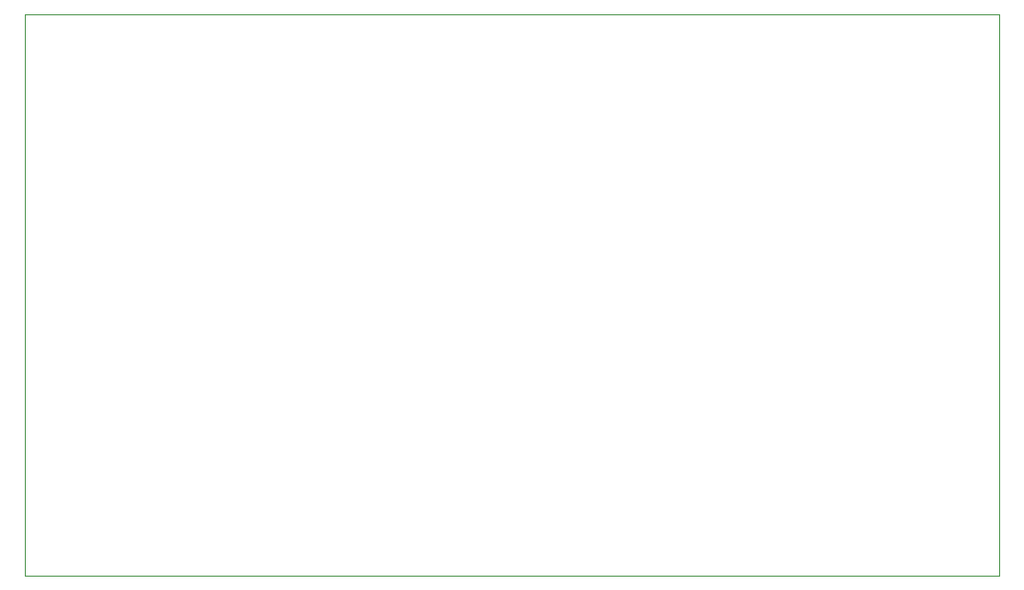
<source format=gbr>
G04 (created by PCBNEW (2013-jul-07)-stable) date Mon 11 Jan 2016 09:02:01 PM CET*
%MOIN*%
G04 Gerber Fmt 3.4, Leading zero omitted, Abs format*
%FSLAX34Y34*%
G01*
G70*
G90*
G04 APERTURE LIST*
%ADD10C,0.00590551*%
%ADD11C,0.00393701*%
G04 APERTURE END LIST*
G54D10*
G54D11*
X53017Y-30714D02*
X53017Y-30518D01*
X19029Y-30714D02*
X53017Y-30714D01*
X19029Y-11133D02*
X19029Y-30714D01*
X53016Y-11131D02*
X53016Y-30519D01*
X53000Y-11131D02*
X53016Y-11131D01*
X19050Y-11131D02*
X53000Y-11131D01*
M02*

</source>
